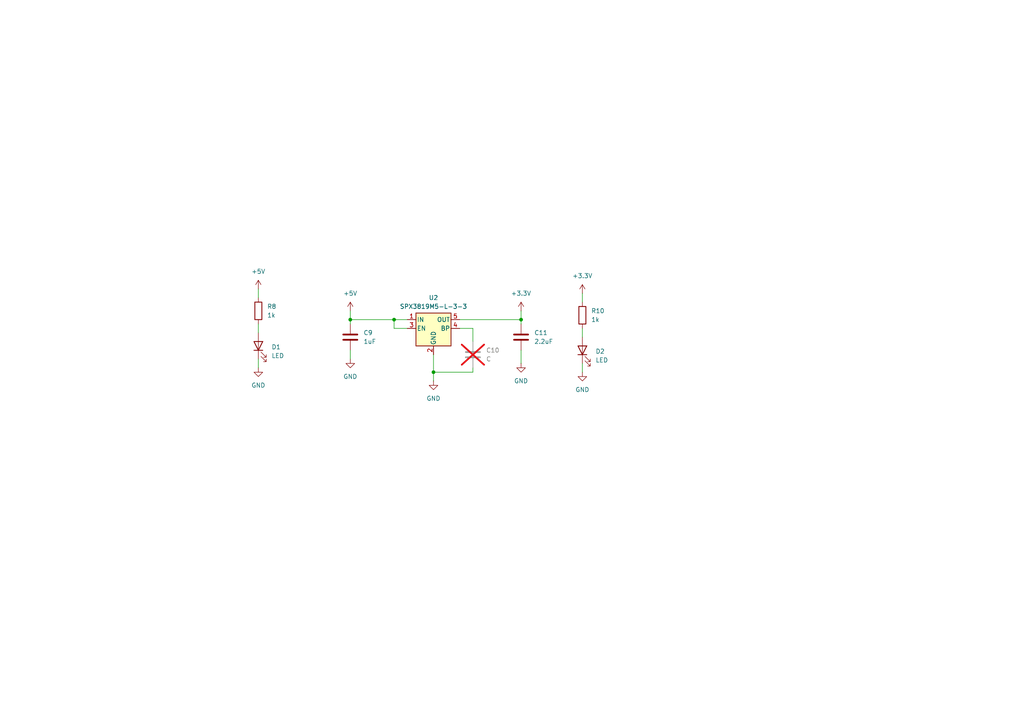
<source format=kicad_sch>
(kicad_sch (version 20250114) (generator "eeschema") (generator_version "9.0")
  (paper "A4")
  (lib_symbols
    (symbol "Device:C" (pin_numbers (hide yes)) (pin_names (offset 0.254))
      (property "Reference" "C" (at 0.635 2.54 0))
      (property "Value" "C" (at 0.635 -2.54 0))
      (symbol "C_0_1"
        (polyline (pts (xy -2.032 0.762) (xy 2.032 0.762)) (stroke (width 0.508)))
        (polyline (pts (xy -2.032 -0.762) (xy 2.032 -0.762)) (stroke (width 0.508)))
      )
      (symbol "C_1_1"
        (pin passive line (at 0 3.81 270) (length 2.794) (name "~") (number "1"))
        (pin passive line (at 0 -3.81 90) (length 2.794) (name "~") (number "2"))
      )
    )
    (symbol "Device:LED" (pin_numbers (hide yes)) (pin_names (offset 1.016) (hide yes))
      (property "Reference" "D" (at 0 2.54 0))
      (property "Value" "LED" (at 0 -2.54 0))
      (symbol "LED_0_1"
        (polyline (pts (xy -3.048 -0.762) (xy -4.572 -2.286) (xy -3.81 -2.286) (xy -4.572 -2.286) (xy -4.572 -1.524)))
        (polyline (pts (xy -1.778 -0.762) (xy -3.302 -2.286) (xy -2.54 -2.286) (xy -3.302 -2.286) (xy -3.302 -1.524)))
        (polyline (pts (xy -1.27 0) (xy 1.27 0)))
        (polyline (pts (xy -1.27 -1.27) (xy -1.27 1.27)) (stroke (width 0.254)))
        (polyline (pts (xy 1.27 -1.27) (xy 1.27 1.27) (xy -1.27 0) (xy 1.27 -1.27)) (stroke (width 0.254)))
      )
      (symbol "LED_1_1"
        (pin passive line (at -3.81 0 0) (length 2.54) (name "K") (number "1"))
        (pin passive line (at 3.81 0 180) (length 2.54) (name "A") (number "2"))
      )
    )
    (symbol "Device:R" (pin_numbers (hide yes)) (pin_names (offset 0))
      (property "Reference" "R" (at 2.032 0 90))
      (property "Value" "R" (at 0 0 90))
      (symbol "R_0_1"
        (rectangle (start -1.016 -2.54) (end 1.016 2.54) (stroke (width 0.254)))
      )
      (symbol "R_1_1"
        (pin passive line (at 0 3.81 270) (length 1.27) (name "~") (number "1"))
        (pin passive line (at 0 -3.81 90) (length 1.27) (name "~") (number "2"))
      )
    )
    (symbol "Regulator_Linear:SPX3819M5-L-3-3" (pin_names (offset 0.254))
      (property "Reference" "U" (at -3.81 5.715 0))
      (property "Value" "SPX3819M5-L-3-3" (at 0 5.715 0))
      (symbol "SPX3819M5-L-3-3_0_1"
        (rectangle (start -5.08 4.445) (end 5.08 -5.08) (stroke (width 0.254)) (fill (type background)))
      )
      (symbol "SPX3819M5-L-3-3_1_1"
        (pin power_in line (at -7.62 2.54 0) (length 2.54) (name "IN") (number "1"))
        (pin input line (at -7.62 0 0) (length 2.54) (name "EN") (number "3"))
        (pin power_in line (at 0 -7.62 90) (length 2.54) (name "GND") (number "2"))
        (pin power_out line (at 7.62 2.54 180) (length 2.54) (name "OUT") (number "5"))
        (pin input line (at 7.62 0 180) (length 2.54) (name "BP") (number "4"))
      )
    )
    (symbol "power:+3.3V" (power) (pin_numbers (hide yes)) (pin_names (offset 0) (hide yes))
      (property "Value" "+3.3V" (at 0 3.556 0))
      (symbol "+3.3V_0_1"
        (polyline (pts (xy -0.762 1.27) (xy 0 2.54)))
        (polyline (pts (xy 0 2.54) (xy 0.762 1.27)))
        (polyline (pts (xy 0 0) (xy 0 2.54)))
      )
      (symbol "+3.3V_1_1"
        (pin power_in line (at 0 0 90) (length 0) (name "~") (number "1"))
      )
    )
    (symbol "power:+5V" (power) (pin_numbers (hide yes)) (pin_names (offset 0) (hide yes))
      (property "Value" "+5V" (at 0 3.556 0))
      (symbol "+5V_0_1"
        (polyline (pts (xy -0.762 1.27) (xy 0 2.54)))
        (polyline (pts (xy 0 2.54) (xy 0.762 1.27)))
        (polyline (pts (xy 0 0) (xy 0 2.54)))
      )
      (symbol "+5V_1_1"
        (pin power_in line (at 0 0 90) (length 0) (name "~") (number "1"))
      )
    )
    (symbol "power:GND" (power) (pin_numbers (hide yes)) (pin_names (offset 0) (hide yes))
      (property "Value" "GND" (at 0 -3.81 0))
      (symbol "GND_0_1"
        (polyline (pts (xy 0 0) (xy 0 -1.27) (xy 1.27 -1.27) (xy 0 -2.54) (xy -1.27 -1.27) (xy 0 -1.27)))
      )
      (symbol "GND_1_1"
        (pin power_in line (at 0 0 270) (length 0) (name "~") (number "1"))
      )
    )
  )
  (junction (at 151.13 92.71))
  (junction (at 114.3 92.71))
  (junction (at 125.73 107.95))
  (junction (at 101.6 92.71))
  (wire (pts (xy 114.3 95.25) (xy 114.3 92.71)))
  (wire (pts (xy 74.93 106.68) (xy 74.93 104.14)))
  (wire (pts (xy 168.91 107.95) (xy 168.91 105.41)))
  (wire (pts (xy 133.35 92.71) (xy 151.13 92.71)))
  (wire (pts (xy 137.16 99.06) (xy 137.16 95.25)))
  (wire (pts (xy 125.73 107.95) (xy 137.16 107.95)))
  (wire (pts (xy 151.13 90.17) (xy 151.13 92.71)))
  (wire (pts (xy 74.93 83.82) (xy 74.93 86.36)))
  (wire (pts (xy 101.6 92.71) (xy 114.3 92.71)))
  (wire (pts (xy 101.6 101.6) (xy 101.6 104.14)))
  (wire (pts (xy 101.6 93.98) (xy 101.6 92.71)))
  (wire (pts (xy 137.16 106.68) (xy 137.16 107.95)))
  (wire (pts (xy 74.93 93.98) (xy 74.93 96.52)))
  (wire (pts (xy 151.13 101.6) (xy 151.13 105.41)))
  (wire (pts (xy 125.73 107.95) (xy 125.73 110.49)))
  (wire (pts (xy 137.16 95.25) (xy 133.35 95.25)))
  (wire (pts (xy 114.3 92.71) (xy 118.11 92.71)))
  (wire (pts (xy 125.73 102.87) (xy 125.73 107.95)))
  (wire (pts (xy 151.13 92.71) (xy 151.13 93.98)))
  (wire (pts (xy 118.11 95.25) (xy 114.3 95.25)))
  (wire (pts (xy 101.6 92.71) (xy 101.6 90.17)))
  (wire (pts (xy 168.91 95.25) (xy 168.91 97.79)))
  (wire (pts (xy 168.91 85.09) (xy 168.91 87.63)))
  (symbol (lib_id "Device:R") (at 74.93 90.17 0) (unit 1)
    (property "Reference" "R8" (at 77.47 88.8999 0) (effects (justify left)))
    (property "Value" "1k" (at 77.47 91.4399 0) (effects (justify left)))
    (property "Footprint" "Resistor_SMD:R_0603_1608Metric_Pad0.98x0.95mm_HandSolder" (effects (hide yes)))
    (property "Description" "Resistor" (effects (hide yes)))
  )
  (symbol (lib_id "power:GND") (at 125.73 110.49 0) (unit 1)
    (property "Reference" "#PWR016" (effects (hide yes)))
    (property "Value" "GND" (at 125.73 115.57 0))
    (property "Description" "Power symbol creates a global label with name \"GND\" , ground" (effects (hide yes)))
  )
  (symbol (lib_id "Device:LED") (at 74.93 100.33 90) (unit 1)
    (property "Reference" "D1" (at 78.74 100.6474 90) (effects (justify right)))
    (property "Value" "LED" (at 78.74 103.1874 90) (effects (justify right)))
    (property "Footprint" "LED_SMD:LED_0603_1608Metric_Pad1.05x0.95mm_HandSolder" (effects (hide yes)))
    (property "Description" "Light emitting diode" (effects (hide yes)))
    (property "Sim.Pins" "1=K 2=A" (effects (hide yes)))
  )
  (symbol (lib_id "power:GND") (at 151.13 105.41 0) (unit 1)
    (property "Reference" "#PWR019" (effects (hide yes)))
    (property "Value" "GND" (at 151.13 110.49 0))
    (property "Description" "Power symbol creates a global label with name \"GND\" , ground" (effects (hide yes)))
  )
  (symbol (lib_id "power:+3.3V") (at 168.91 85.09 0) (unit 1)
    (property "Reference" "#PWR013" (effects (hide yes)))
    (property "Value" "+3.3V" (at 168.91 80.01 0))
    (property "Description" "Power symbol creates a global label with name \"+3.3V\"" (effects (hide yes)))
  )
  (symbol (lib_id "power:+3.3V") (at 151.13 90.17 0) (unit 1)
    (property "Reference" "#PWR020" (effects (hide yes)))
    (property "Value" "+3.3V" (at 151.13 85.09 0))
    (property "Description" "Power symbol creates a global label with name \"+3.3V\"" (effects (hide yes)))
  )
  (symbol (lib_id "power:+5V") (at 101.6 90.17 0) (unit 1)
    (property "Reference" "#PWR01" (effects (hide yes)))
    (property "Value" "+5V" (at 101.6 85.09 0))
    (property "Description" "Power symbol creates a global label with name \"+5V\"" (effects (hide yes)))
  )
  (symbol (lib_id "power:GND") (at 101.6 104.14 0) (unit 1)
    (property "Reference" "#PWR018" (effects (hide yes)))
    (property "Value" "GND" (at 101.6 109.22 0))
    (property "Description" "Power symbol creates a global label with name \"GND\" , ground" (effects (hide yes)))
  )
  (symbol (lib_id "power:GND") (at 74.93 106.68 0) (unit 1)
    (property "Reference" "#PWR015" (effects (hide yes)))
    (property "Value" "GND" (at 74.93 111.76 0))
    (property "Description" "Power symbol creates a global label with name \"GND\" , ground" (effects (hide yes)))
  )
  (symbol (lib_id "Device:LED") (at 168.91 101.6 90) (unit 1)
    (property "Reference" "D2" (at 172.72 101.9174 90) (effects (justify right)))
    (property "Value" "LED" (at 172.72 104.4574 90) (effects (justify right)))
    (property "Footprint" "LED_SMD:LED_0603_1608Metric_Pad1.05x0.95mm_HandSolder" (effects (hide yes)))
    (property "Description" "Light emitting diode" (effects (hide yes)))
    (property "Sim.Pins" "1=K 2=A" (effects (hide yes)))
  )
  (symbol (lib_id "Device:C") (at 137.16 102.87 0) (unit 1) (dnp yes)
    (property "Reference" "C10" (at 140.97 101.5999 0) (effects (justify left)))
    (property "Value" "C" (at 140.97 104.1399 0) (effects (justify left)))
    (property "Footprint" "Capacitor_SMD:C_0603_1608Metric_Pad1.08x0.95mm_HandSolder" (effects (hide yes)))
    (property "Description" "Unpolarized capacitor" (effects (hide yes)))
  )
  (symbol (lib_id "Device:R") (at 168.91 91.44 0) (unit 1)
    (property "Reference" "R10" (at 171.45 90.1699 0) (effects (justify left)))
    (property "Value" "1k" (at 171.45 92.7099 0) (effects (justify left)))
    (property "Footprint" "Resistor_SMD:R_0603_1608Metric_Pad0.98x0.95mm_HandSolder" (effects (hide yes)))
    (property "Description" "Resistor" (effects (hide yes)))
  )
  (symbol (lib_id "Device:C") (at 101.6 97.79 0) (unit 1)
    (property "Reference" "C9" (at 105.41 96.5199 0) (effects (justify left)))
    (property "Value" "1uF" (at 105.41 99.0599 0) (effects (justify left)))
    (property "Footprint" "Capacitor_SMD:C_0603_1608Metric_Pad1.08x0.95mm_HandSolder" (effects (hide yes)))
    (property "Description" "Unpolarized capacitor" (effects (hide yes)))
  )
  (symbol (lib_id "Device:C") (at 151.13 97.79 0) (unit 1)
    (property "Reference" "C11" (at 154.94 96.5199 0) (effects (justify left)))
    (property "Value" "2.2uF" (at 154.94 99.0599 0) (effects (justify left)))
    (property "Footprint" "Capacitor_SMD:C_0603_1608Metric_Pad1.08x0.95mm_HandSolder" (effects (hide yes)))
    (property "Description" "Unpolarized capacitor" (effects (hide yes)))
  )
  (symbol (lib_id "power:GND") (at 168.91 107.95 0) (unit 1)
    (property "Reference" "#PWR017" (effects (hide yes)))
    (property "Value" "GND" (at 168.91 113.03 0))
    (property "Description" "Power symbol creates a global label with name \"GND\" , ground" (effects (hide yes)))
  )
  (symbol (lib_id "power:+5V") (at 74.93 83.82 0) (unit 1)
    (property "Reference" "#PWR014" (effects (hide yes)))
    (property "Value" "+5V" (at 74.93 78.74 0))
    (property "Description" "Power symbol creates a global label with name \"+5V\"" (effects (hide yes)))
  )
  (symbol (lib_id "Regulator_Linear:SPX3819M5-L-3-3") (at 125.73 95.25 0) (unit 1)
    (property "Reference" "U2" (at 125.73 86.36 0))
    (property "Value" "SPX3819M5-L-3-3" (at 125.73 88.9 0))
    (property "Footprint" "Package_TO_SOT_SMD:SOT-23-5" (effects (hide yes)))
    (property "Datasheet" "https://www.exar.com/content/document.ashx?id=22106&languageid=1033&type=Datasheet&partnumber=SPX3819&filename=SPX3819.pdf&part=SPX3819" (effects (hide yes)))
    (property "Description" "500mA Low drop-out regulator, Fixed Output 3.3V, SOT-23-5" (effects (hide yes)))
  )
)
</source>
